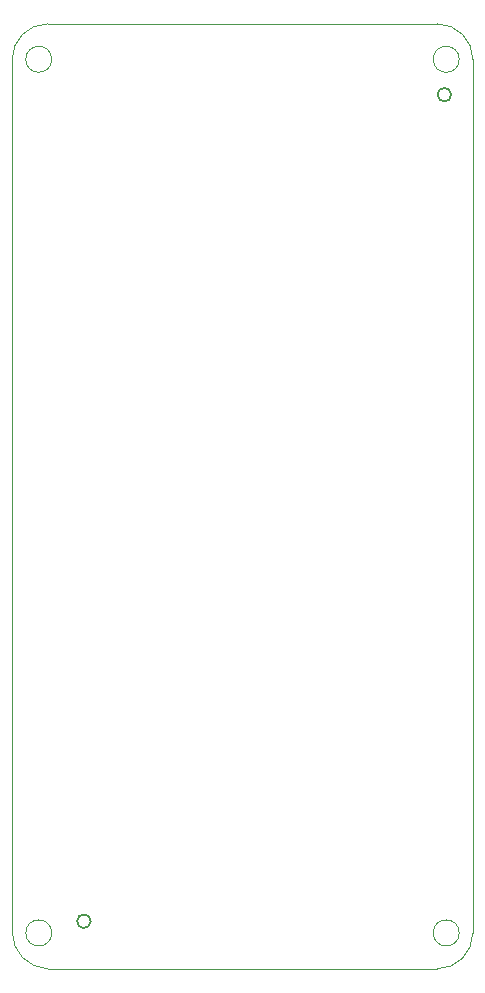
<source format=gm1>
%TF.GenerationSoftware,KiCad,Pcbnew,7.0.2-0*%
%TF.CreationDate,2023-11-23T12:17:07+01:00*%
%TF.ProjectId,Flight Computer,466c6967-6874-4204-936f-6d7075746572,1.1*%
%TF.SameCoordinates,Original*%
%TF.FileFunction,Profile,NP*%
%FSLAX46Y46*%
G04 Gerber Fmt 4.6, Leading zero omitted, Abs format (unit mm)*
G04 Created by KiCad (PCBNEW 7.0.2-0) date 2023-11-23 12:17:07*
%MOMM*%
%LPD*%
G01*
G04 APERTURE LIST*
%TA.AperFunction,Profile*%
%ADD10C,0.100000*%
%TD*%
%TA.AperFunction,Profile*%
%ADD11C,0.150000*%
%TD*%
G04 APERTURE END LIST*
D10*
X123000000Y-21532500D02*
G75*
G03*
X120000000Y-18532500I-3000000J0D01*
G01*
X87350000Y-21532500D02*
G75*
G03*
X87350000Y-21532500I-1100000J0D01*
G01*
X87000000Y-18532500D02*
G75*
G03*
X84000000Y-21532500I0J-3000000D01*
G01*
D11*
X121166000Y-24530000D02*
G75*
G03*
X121166000Y-24530000I-576000J0D01*
G01*
D10*
X120000000Y-18532500D02*
X87000000Y-18532500D01*
X87350000Y-95500000D02*
G75*
G03*
X87350000Y-95500000I-1100000J0D01*
G01*
X121850000Y-21532500D02*
G75*
G03*
X121850000Y-21532500I-1100000J0D01*
G01*
X120000000Y-98532500D02*
G75*
G03*
X123000000Y-95532500I0J3000000D01*
G01*
X83997645Y-95411180D02*
G75*
G03*
X87000000Y-98532499I3123655J-20D01*
G01*
X121850000Y-95500000D02*
G75*
G03*
X121850000Y-95500000I-1100000J0D01*
G01*
X87000000Y-98532500D02*
X120000000Y-98532500D01*
D11*
X90646000Y-94510000D02*
G75*
G03*
X90646000Y-94510000I-576000J0D01*
G01*
D10*
X123000000Y-95532500D02*
X123000000Y-21532500D01*
X84000000Y-21532500D02*
X84000000Y-95411180D01*
M02*

</source>
